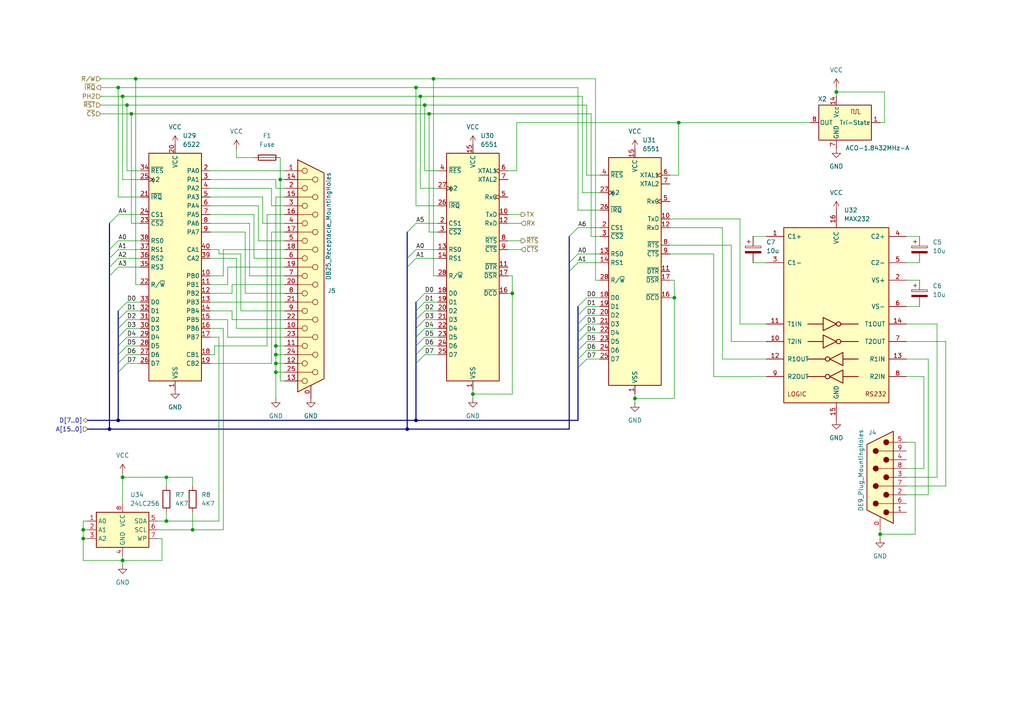
<source format=kicad_sch>
(kicad_sch (version 20231120) (generator "eeschema") (generator_version "8.0")
  (paper "A4")
  (lib_symbols
    (symbol "65xx-library:6522"
      (property "Reference" "U" (at 2.54 38.1 0))
      (property "Value" "6522" (at 2.54 35.56 0))
      (symbol "6522_0_1"
        (rectangle (start -7.62 33.02) (end 7.62 -33.02) (stroke (width 0.254)) (fill (type background)))
      )
      (symbol "6522_1_1"
        (pin power_in line (at 0 -35.56 90) (length 2.54) (name "VSS") (number "1"))
        (pin bidirectional line (at 10.16 -2.54 180) (length 2.54) (name "PB0") (number "10"))
        (pin bidirectional line (at 10.16 -5.08 180) (length 2.54) (name "PB1") (number "11"))
        (pin bidirectional line (at 10.16 -7.62 180) (length 2.54) (name "PB2") (number "12"))
        (pin bidirectional line (at 10.16 -10.16 180) (length 2.54) (name "PB3") (number "13"))
        (pin bidirectional line (at 10.16 -12.7 180) (length 2.54) (name "PB4") (number "14"))
        (pin bidirectional line (at 10.16 -15.24 180) (length 2.54) (name "PB5") (number "15"))
        (pin bidirectional line (at 10.16 -17.78 180) (length 2.54) (name "PB6") (number "16"))
        (pin bidirectional line (at 10.16 -20.32 180) (length 2.54) (name "PB7") (number "17"))
        (pin input line (at 10.16 -25.4 180) (length 2.54) (name "CB1") (number "18"))
        (pin bidirectional line (at 10.16 -27.94 180) (length 2.54) (name "CB2") (number "19"))
        (pin bidirectional line (at 10.16 27.94 180) (length 2.54) (name "PA0") (number "2"))
        (pin power_in line (at 0 35.56 270) (length 2.54) (name "VCC") (number "20"))
        (pin open_collector line (at -10.16 20.32 0) (length 2.54) (name "~{IRQ}") (number "21"))
        (pin input line (at -10.16 -5.08 0) (length 2.54) (name "R/~{W}") (number "22"))
        (pin input line (at -10.16 12.7 0) (length 2.54) (name "~{CS2}") (number "23"))
        (pin input line (at -10.16 15.24 0) (length 2.54) (name "CS1") (number "24"))
        (pin input clock (at -10.16 25.4 0) (length 2.54) (name "ϕ2") (number "25"))
        (pin bidirectional line (at -10.16 -27.94 0) (length 2.54) (name "D7") (number "26"))
        (pin bidirectional line (at -10.16 -25.4 0) (length 2.54) (name "D6") (number "27"))
        (pin bidirectional line (at -10.16 -22.86 0) (length 2.54) (name "D5") (number "28"))
        (pin bidirectional line (at -10.16 -20.32 0) (length 2.54) (name "D4") (number "29"))
        (pin bidirectional line (at 10.16 25.4 180) (length 2.54) (name "PA1") (number "3"))
        (pin bidirectional line (at -10.16 -17.78 0) (length 2.54) (name "D3") (number "30"))
        (pin bidirectional line (at -10.16 -15.24 0) (length 2.54) (name "D2") (number "31"))
        (pin bidirectional line (at -10.16 -12.7 0) (length 2.54) (name "D1") (number "32"))
        (pin bidirectional line (at -10.16 -10.16 0) (length 2.54) (name "D0") (number "33"))
        (pin input line (at -10.16 27.94 0) (length 2.54) (name "~{RES}") (number "34"))
        (pin input line (at -10.16 0 0) (length 2.54) (name "RS3") (number "35"))
        (pin input line (at -10.16 2.54 0) (length 2.54) (name "RS2") (number "36"))
        (pin input line (at -10.16 5.08 0) (length 2.54) (name "RS1") (number "37"))
        (pin input line (at -10.16 7.62 0) (length 2.54) (name "RS0") (number "38"))
        (pin bidirectional line (at 10.16 2.54 180) (length 2.54) (name "CA2") (number "39"))
        (pin bidirectional line (at 10.16 22.86 180) (length 2.54) (name "PA2") (number "4"))
        (pin input line (at 10.16 5.08 180) (length 2.54) (name "CA1") (number "40"))
        (pin bidirectional line (at 10.16 20.32 180) (length 2.54) (name "PA3") (number "5"))
        (pin bidirectional line (at 10.16 17.78 180) (length 2.54) (name "PA4") (number "6"))
        (pin bidirectional line (at 10.16 15.24 180) (length 2.54) (name "PA5") (number "7"))
        (pin bidirectional line (at 10.16 12.7 180) (length 2.54) (name "PA6") (number "8"))
        (pin bidirectional line (at 10.16 10.16 180) (length 2.54) (name "PA7") (number "9"))
      )
    )
    (symbol "65xx-library:6551"
      (property "Reference" "U" (at 2.54 38.1 0))
      (property "Value" "6551" (at 2.54 35.56 0))
      (symbol "6551_0_1"
        (rectangle (start -7.62 33.02) (end 7.62 -33.02) (stroke (width 0.254)) (fill (type background)))
      )
      (symbol "6551_1_1"
        (pin power_in line (at 0 -35.56 90) (length 2.54) (name "VSS") (number "1"))
        (pin output line (at 10.16 15.24 180) (length 2.54) (name "TxD") (number "10"))
        (pin output line (at 10.16 0 180) (length 2.54) (name "~{DTR}") (number "11"))
        (pin input line (at 10.16 12.7 180) (length 2.54) (name "RxD") (number "12"))
        (pin input line (at -10.16 5.08 0) (length 2.54) (name "RS0") (number "13"))
        (pin input line (at -10.16 2.54 0) (length 2.54) (name "RS1") (number "14"))
        (pin power_in line (at 0 35.56 270) (length 2.54) (name "VCC") (number "15"))
        (pin input line (at 10.16 -7.62 180) (length 2.54) (name "~{DCD}") (number "16"))
        (pin input line (at 10.16 -2.54 180) (length 2.54) (name "~{DSR}") (number "17"))
        (pin bidirectional line (at -10.16 -7.62 0) (length 2.54) (name "D0") (number "18"))
        (pin bidirectional line (at -10.16 -10.16 0) (length 2.54) (name "D1") (number "19"))
        (pin input line (at -10.16 12.7 0) (length 2.54) (name "CS1") (number "2"))
        (pin bidirectional line (at -10.16 -12.7 0) (length 2.54) (name "D2") (number "20"))
        (pin bidirectional line (at -10.16 -15.24 0) (length 2.54) (name "D3") (number "21"))
        (pin bidirectional line (at -10.16 -17.78 0) (length 2.54) (name "D4") (number "22"))
        (pin bidirectional line (at -10.16 -20.32 0) (length 2.54) (name "D5") (number "23"))
        (pin bidirectional line (at -10.16 -22.86 0) (length 2.54) (name "D6") (number "24"))
        (pin bidirectional line (at -10.16 -25.4 0) (length 2.54) (name "D7") (number "25"))
        (pin open_collector line (at -10.16 17.78 0) (length 2.54) (name "~{IRQ}") (number "26"))
        (pin input clock (at -10.16 22.86 0) (length 2.54) (name "ϕ2") (number "27"))
        (pin input line (at -10.16 -2.54 0) (length 2.54) (name "R/~{W}") (number "28"))
        (pin input line (at -10.16 10.16 0) (length 2.54) (name "~{CS2}") (number "3"))
        (pin input line (at -10.16 27.94 0) (length 2.54) (name "~{RES}") (number "4"))
        (pin bidirectional clock (at 10.16 20.32 180) (length 2.54) (name "RxC") (number "5"))
        (pin input clock (at 10.16 27.94 180) (length 2.54) (name "XTAL1") (number "6"))
        (pin output line (at 10.16 25.4 180) (length 2.54) (name "XTAL2") (number "7"))
        (pin output line (at 10.16 7.62 180) (length 2.54) (name "~{RTS}") (number "8"))
        (pin input line (at 10.16 5.08 180) (length 2.54) (name "~{CTS}") (number "9"))
      )
    )
    (symbol "Connector:DB25_Receptacle_MountingHoles" (pin_names (offset 1.016) hide)
      (property "Reference" "J" (at 0 36.83 0))
      (property "Value" "DB25_Receptacle_MountingHoles" (at 0 34.925 0))
      (symbol "DB25_Receptacle_MountingHoles_0_1"
        (circle (center -1.778 -30.48) (radius 0.762))
        (circle (center -1.778 -25.4) (radius 0.762))
        (circle (center -1.778 -20.32) (radius 0.762))
        (circle (center -1.778 -15.24) (radius 0.762))
        (circle (center -1.778 -10.16) (radius 0.762))
        (circle (center -1.778 -5.08) (radius 0.762))
        (circle (center -1.778 0) (radius 0.762))
        (circle (center -1.778 5.08) (radius 0.762))
        (circle (center -1.778 10.16) (radius 0.762))
        (circle (center -1.778 15.24) (radius 0.762))
        (circle (center -1.778 20.32) (radius 0.762))
        (circle (center -1.778 25.4) (radius 0.762))
        (circle (center -1.778 30.48) (radius 0.762))
        (polyline (pts (xy -3.81 -30.48) (xy -2.54 -30.48)))
        (polyline (pts (xy -3.81 -27.94) (xy 0.508 -27.94)))
        (polyline (pts (xy -3.81 -25.4) (xy -2.54 -25.4)))
        (polyline (pts (xy -3.81 -22.86) (xy 0.508 -22.86)))
        (polyline (pts (xy -3.81 -20.32) (xy -2.54 -20.32)))
        (polyline (pts (xy -3.81 -17.78) (xy 0.508 -17.78)))
        (polyline (pts (xy -3.81 -15.24) (xy -2.54 -15.24)))
        (polyline (pts (xy -3.81 -12.7) (xy 0.508 -12.7)))
        (polyline (pts (xy -3.81 -10.16) (xy -2.54 -10.16)))
        (polyline (pts (xy -3.81 -7.62) (xy 0.508 -7.62)))
        (polyline (pts (xy -3.81 -5.08) (xy -2.54 -5.08)))
        (polyline (pts (xy -3.81 -2.54) (xy 0.508 -2.54)))
        (polyline (pts (xy -3.81 0) (xy -2.54 0)))
        (polyline (pts (xy -3.81 2.54) (xy 0.508 2.54)))
        (polyline (pts (xy -3.81 5.08) (xy -2.54 5.08)))
        (polyline (pts (xy -3.81 7.62) (xy 0.508 7.62)))
        (polyline (pts (xy -3.81 10.16) (xy -2.54 10.16)))
        (polyline (pts (xy -3.81 12.7) (xy 0.508 12.7)))
        (polyline (pts (xy -3.81 15.24) (xy -2.54 15.24)))
        (polyline (pts (xy -3.81 17.78) (xy 0.508 17.78)))
        (polyline (pts (xy -3.81 20.32) (xy -2.54 20.32)))
        (polyline (pts (xy -3.81 22.86) (xy 0.508 22.86)))
        (polyline (pts (xy -3.81 25.4) (xy -2.54 25.4)))
        (polyline (pts (xy -3.81 27.94) (xy 0.508 27.94)))
        (polyline (pts (xy -3.81 30.48) (xy -2.54 30.48)))
        (polyline (pts (xy -3.81 33.655) (xy 3.81 29.845) (xy 3.81 -29.845) (xy -3.81 -33.655) (xy -3.81 33.655)) (stroke (width 0.254)) (fill (type background)))
        (circle (center 1.27 -27.94) (radius 0.762))
        (circle (center 1.27 -22.86) (radius 0.762))
        (circle (center 1.27 -17.78) (radius 0.762))
        (circle (center 1.27 -12.7) (radius 0.762))
        (circle (center 1.27 -7.62) (radius 0.762))
        (circle (center 1.27 -2.54) (radius 0.762))
        (circle (center 1.27 2.54) (radius 0.762))
        (circle (center 1.27 7.62) (radius 0.762))
        (circle (center 1.27 12.7) (radius 0.762))
        (circle (center 1.27 17.78) (radius 0.762))
        (circle (center 1.27 22.86) (radius 0.762))
        (circle (center 1.27 27.94) (radius 0.762))
      )
      (symbol "DB25_Receptacle_MountingHoles_1_1"
        (pin passive line (at 0 -35.56 90) (length 3.81) (name "PAD") (number "0"))
        (pin passive line (at -7.62 30.48 0) (length 3.81) (name "1") (number "1"))
        (pin passive line (at -7.62 -15.24 0) (length 3.81) (name "10") (number "10"))
        (pin passive line (at -7.62 -20.32 0) (length 3.81) (name "11") (number "11"))
        (pin passive line (at -7.62 -25.4 0) (length 3.81) (name "12") (number "12"))
        (pin passive line (at -7.62 -30.48 0) (length 3.81) (name "13") (number "13"))
        (pin passive line (at -7.62 27.94 0) (length 3.81) (name "P14") (number "14"))
        (pin passive line (at -7.62 22.86 0) (length 3.81) (name "P15") (number "15"))
        (pin passive line (at -7.62 17.78 0) (length 3.81) (name "P16") (number "16"))
        (pin passive line (at -7.62 12.7 0) (length 3.81) (name "P17") (number "17"))
        (pin passive line (at -7.62 7.62 0) (length 3.81) (name "P18") (number "18"))
        (pin passive line (at -7.62 2.54 0) (length 3.81) (name "P19") (number "19"))
        (pin passive line (at -7.62 25.4 0) (length 3.81) (name "2") (number "2"))
        (pin passive line (at -7.62 -2.54 0) (length 3.81) (name "P20") (number "20"))
        (pin passive line (at -7.62 -7.62 0) (length 3.81) (name "P21") (number "21"))
        (pin passive line (at -7.62 -12.7 0) (length 3.81) (name "P22") (number "22"))
        (pin passive line (at -7.62 -17.78 0) (length 3.81) (name "P23") (number "23"))
        (pin passive line (at -7.62 -22.86 0) (length 3.81) (name "P24") (number "24"))
        (pin passive line (at -7.62 -27.94 0) (length 3.81) (name "P25") (number "25"))
        (pin passive line (at -7.62 20.32 0) (length 3.81) (name "3") (number "3"))
        (pin passive line (at -7.62 15.24 0) (length 3.81) (name "4") (number "4"))
        (pin passive line (at -7.62 10.16 0) (length 3.81) (name "5") (number "5"))
        (pin passive line (at -7.62 5.08 0) (length 3.81) (name "6") (number "6"))
        (pin passive line (at -7.62 0 0) (length 3.81) (name "7") (number "7"))
        (pin passive line (at -7.62 -5.08 0) (length 3.81) (name "8") (number "8"))
        (pin passive line (at -7.62 -10.16 0) (length 3.81) (name "9") (number "9"))
      )
    )
    (symbol "Connector:DE9_Plug_MountingHoles" (pin_names (offset 1.016) hide)
      (property "Reference" "J" (at 0 16.51 0))
      (property "Value" "DE9_Plug_MountingHoles" (at 0 14.605 0))
      (symbol "DE9_Plug_MountingHoles_0_1"
        (circle (center -1.778 -10.16) (radius 0.762) (fill (type outline)))
        (circle (center -1.778 -5.08) (radius 0.762) (fill (type outline)))
        (circle (center -1.778 0) (radius 0.762) (fill (type outline)))
        (circle (center -1.778 5.08) (radius 0.762) (fill (type outline)))
        (circle (center -1.778 10.16) (radius 0.762) (fill (type outline)))
        (polyline (pts (xy -3.81 -10.16) (xy -2.54 -10.16)))
        (polyline (pts (xy -3.81 -7.62) (xy 0.508 -7.62)))
        (polyline (pts (xy -3.81 -5.08) (xy -2.54 -5.08)))
        (polyline (pts (xy -3.81 -2.54) (xy 0.508 -2.54)))
        (polyline (pts (xy -3.81 0) (xy -2.54 0)))
        (polyline (pts (xy -3.81 2.54) (xy 0.508 2.54)))
        (polyline (pts (xy -3.81 5.08) (xy -2.54 5.08)))
        (polyline (pts (xy -3.81 7.62) (xy 0.508 7.62)))
        (polyline (pts (xy -3.81 10.16) (xy -2.54 10.16)))
        (polyline (pts (xy -3.81 -13.335) (xy -3.81 13.335) (xy 3.81 9.525) (xy 3.81 -9.525) (xy -3.81 -13.335)) (stroke (width 0.254)) (fill (type background)))
        (circle (center 1.27 -7.62) (radius 0.762) (fill (type outline)))
        (circle (center 1.27 -2.54) (radius 0.762) (fill (type outline)))
        (circle (center 1.27 2.54) (radius 0.762) (fill (type outline)))
        (circle (center 1.27 7.62) (radius 0.762) (fill (type outline)))
      )
      (symbol "DE9_Plug_MountingHoles_1_1"
        (pin passive line (at 0 -15.24 90) (length 3.81) (name "PAD") (number "0"))
        (pin passive line (at -7.62 -10.16 0) (length 3.81) (name "1") (number "1"))
        (pin passive line (at -7.62 -5.08 0) (length 3.81) (name "2") (number "2"))
        (pin passive line (at -7.62 0 0) (length 3.81) (name "3") (number "3"))
        (pin passive line (at -7.62 5.08 0) (length 3.81) (name "4") (number "4"))
        (pin passive line (at -7.62 10.16 0) (length 3.81) (name "5") (number "5"))
        (pin passive line (at -7.62 -7.62 0) (length 3.81) (name "6") (number "6"))
        (pin passive line (at -7.62 -2.54 0) (length 3.81) (name "7") (number "7"))
        (pin passive line (at -7.62 2.54 0) (length 3.81) (name "8") (number "8"))
        (pin passive line (at -7.62 7.62 0) (length 3.81) (name "9") (number "9"))
      )
    )
    (symbol "Device:C_Polarized" (pin_numbers hide) (pin_names (offset 0.254))
      (property "Reference" "C" (at 0.635 2.54 0))
      (property "Value" "C_Polarized" (at 0.635 -2.54 0))
      (symbol "C_Polarized_0_1"
        (rectangle (start -2.286 0.508) (end 2.286 1.016))
        (polyline (pts (xy -1.778 2.286) (xy -0.762 2.286)))
        (polyline (pts (xy -1.27 2.794) (xy -1.27 1.778)))
        (rectangle (start 2.286 -0.508) (end -2.286 -1.016) (fill (type outline)))
      )
      (symbol "C_Polarized_1_1"
        (pin passive line (at 0 3.81 270) (length 2.794) (name "~") (number "1"))
        (pin passive line (at 0 -3.81 90) (length 2.794) (name "~") (number "2"))
      )
    )
    (symbol "Device:Fuse" (pin_numbers hide) (pin_names (offset 0))
      (property "Reference" "F" (at 2.032 0 90))
      (property "Value" "Fuse" (at -1.905 0 90))
      (symbol "Fuse_0_1"
        (rectangle (start -0.762 -2.54) (end 0.762 2.54) (stroke (width 0.254)))
        (polyline (pts (xy 0 2.54) (xy 0 -2.54)))
      )
      (symbol "Fuse_1_1"
        (pin passive line (at 0 3.81 270) (length 1.27) (name "~") (number "1"))
        (pin passive line (at 0 -3.81 90) (length 1.27) (name "~") (number "2"))
      )
    )
    (symbol "Device:R" (pin_numbers hide) (pin_names (offset 0))
      (property "Reference" "R" (at 2.032 0 90))
      (property "Value" "R" (at 0 0 90))
      (symbol "R_0_1"
        (rectangle (start -1.016 -2.54) (end 1.016 2.54) (stroke (width 0.254)))
      )
      (symbol "R_1_1"
        (pin passive line (at 0 3.81 270) (length 1.27) (name "~") (number "1"))
        (pin passive line (at 0 -3.81 90) (length 1.27) (name "~") (number "2"))
      )
    )
    (symbol "Interface_UART:MAX232" (pin_names (offset 1.016))
      (property "Reference" "U" (at -2.54 28.575 0))
      (property "Value" "MAX232" (at -2.54 26.67 0))
      (symbol "MAX232_0_0"
        (text "LOGIC" (at -11.43 -22.86 0) (effects (font (size 1.27 1.27))))
        (text "RS232" (at 11.43 -22.86 0) (effects (font (size 1.27 1.27))))
      )
      (symbol "MAX232_0_1"
        (rectangle (start -15.24 -25.4) (end 15.24 25.4) (stroke (width 0.254)) (fill (type background)))
        (circle (center -2.54 -17.78) (radius 0.635) (stroke (width 0.254)))
        (circle (center -2.54 -12.7) (radius 0.635) (stroke (width 0.254)))
        (polyline (pts (xy -3.81 -7.62) (xy -8.255 -7.62)) (stroke (width 0.254)))
        (polyline (pts (xy -3.81 -2.54) (xy -8.255 -2.54)) (stroke (width 0.254)))
        (polyline (pts (xy -3.175 -17.78) (xy -8.255 -17.78)) (stroke (width 0.254)))
        (polyline (pts (xy -3.175 -12.7) (xy -8.255 -12.7)) (stroke (width 0.254)))
        (polyline (pts (xy 1.27 -7.62) (xy 6.35 -7.62)) (stroke (width 0.254)))
        (polyline (pts (xy 1.27 -2.54) (xy 6.35 -2.54)) (stroke (width 0.254)))
        (polyline (pts (xy 1.905 -17.78) (xy 6.35 -17.78)) (stroke (width 0.254)))
        (polyline (pts (xy 1.905 -12.7) (xy 6.35 -12.7)) (stroke (width 0.254)))
        (polyline (pts (xy -3.81 -5.715) (xy -3.81 -9.525) (xy 0 -7.62) (xy -3.81 -5.715)) (stroke (width 0.254)))
        (polyline (pts (xy -3.81 -0.635) (xy -3.81 -4.445) (xy 0 -2.54) (xy -3.81 -0.635)) (stroke (width 0.254)))
        (polyline (pts (xy 1.905 -15.875) (xy 1.905 -19.685) (xy -1.905 -17.78) (xy 1.905 -15.875)) (stroke (width 0.254)))
        (polyline (pts (xy 1.905 -10.795) (xy 1.905 -14.605) (xy -1.905 -12.7) (xy 1.905 -10.795)) (stroke (width 0.254)))
        (circle (center 0.635 -7.62) (radius 0.635) (stroke (width 0.254)))
        (circle (center 0.635 -2.54) (radius 0.635) (stroke (width 0.254)))
      )
      (symbol "MAX232_1_1"
        (pin passive line (at -20.32 22.86 0) (length 5.08) (name "C1+") (number "1"))
        (pin input line (at -20.32 -7.62 0) (length 5.08) (name "T2IN") (number "10"))
        (pin input line (at -20.32 -2.54 0) (length 5.08) (name "T1IN") (number "11"))
        (pin output line (at -20.32 -12.7 0) (length 5.08) (name "R1OUT") (number "12"))
        (pin input line (at 20.32 -12.7 180) (length 5.08) (name "R1IN") (number "13"))
        (pin output line (at 20.32 -2.54 180) (length 5.08) (name "T1OUT") (number "14"))
        (pin power_in line (at 0 -30.48 90) (length 5.08) (name "GND") (number "15"))
        (pin power_in line (at 0 30.48 270) (length 5.08) (name "VCC") (number "16"))
        (pin power_out line (at 20.32 10.16 180) (length 5.08) (name "VS+") (number "2"))
        (pin passive line (at -20.32 15.24 0) (length 5.08) (name "C1-") (number "3"))
        (pin passive line (at 20.32 22.86 180) (length 5.08) (name "C2+") (number "4"))
        (pin passive line (at 20.32 15.24 180) (length 5.08) (name "C2-") (number "5"))
        (pin power_out line (at 20.32 2.54 180) (length 5.08) (name "VS-") (number "6"))
        (pin output line (at 20.32 -7.62 180) (length 5.08) (name "T2OUT") (number "7"))
        (pin input line (at 20.32 -17.78 180) (length 5.08) (name "R2IN") (number "8"))
        (pin output line (at -20.32 -17.78 0) (length 5.08) (name "R2OUT") (number "9"))
      )
    )
    (symbol "Memory_EEPROM:24LC256"
      (property "Reference" "U" (at -6.35 6.35 0))
      (property "Value" "24LC256" (at 1.27 6.35 0))
      (symbol "24LC256_1_1"
        (rectangle (start -7.62 5.08) (end 7.62 -5.08) (stroke (width 0.254)) (fill (type background)))
        (pin input line (at -10.16 2.54 0) (length 2.54) (name "A0") (number "1"))
        (pin input line (at -10.16 0 0) (length 2.54) (name "A1") (number "2"))
        (pin input line (at -10.16 -2.54 0) (length 2.54) (name "A2") (number "3"))
        (pin power_in line (at 0 -7.62 90) (length 2.54) (name "GND") (number "4"))
        (pin bidirectional line (at 10.16 2.54 180) (length 2.54) (name "SDA") (number "5"))
        (pin input line (at 10.16 0 180) (length 2.54) (name "SCL") (number "6"))
        (pin input line (at 10.16 -2.54 180) (length 2.54) (name "WP") (number "7"))
        (pin power_in line (at 0 7.62 270) (length 2.54) (name "VCC") (number "8"))
      )
    )
    (symbol "Oscillator:ACO-xxxMHz-A" (pin_names (offset 0.254))
      (property "Reference" "X" (at -5.08 6.35 0))
      (property "Value" "ACO-xxxMHz-A" (at 1.27 -6.35 0))
      (symbol "ACO-xxxMHz-A_0_1"
        (rectangle (start -10.16 5.08) (end 5.08 -5.08) (stroke (width 0.254)) (fill (type background)))
        (polyline (pts (xy -6.985 2.54) (xy -6.35 2.54) (xy -6.35 3.81) (xy -5.715 3.81) (xy -5.715 2.54) (xy -5.08 2.54) (xy -5.08 3.81) (xy -4.445 3.81) (xy -4.445 2.54)))
      )
      (symbol "ACO-xxxMHz-A_1_1"
        (pin input line (at -12.7 0 0) (length 2.54) (name "Tri-State") (number "1"))
        (pin power_in line (at 0 7.62 270) (length 2.54) (name "Vcc") (number "14"))
        (pin power_in line (at 0 -7.62 90) (length 2.54) (name "GND") (number "7"))
        (pin output line (at 7.62 0 180) (length 2.54) (name "OUT") (number "8"))
      )
    )
    (symbol "power:GND" (power) (pin_numbers hide) (pin_names (offset 0) hide)
      (property "Value" "GND" (at 0 -3.81 0))
      (symbol "GND_0_1"
        (polyline (pts (xy 0 0) (xy 0 -1.27) (xy 1.27 -1.27) (xy 0 -2.54) (xy -1.27 -1.27) (xy 0 -1.27)))
      )
      (symbol "GND_1_1"
        (pin power_in line (at 0 0 270) (length 0) (name "~") (number "1"))
      )
    )
    (symbol "power:VCC" (power) (pin_numbers hide) (pin_names (offset 0) hide)
      (property "Value" "VCC" (at 0 3.556 0))
      (symbol "VCC_0_1"
        (polyline (pts (xy -0.762 1.27) (xy 0 2.54)))
        (polyline (pts (xy 0 0) (xy 0 2.54)))
        (polyline (pts (xy 0 2.54) (xy 0.762 1.27)))
      )
      (symbol "VCC_1_1"
        (pin power_in line (at 0 0 90) (length 0) (name "~") (number "1"))
      )
    )
  )
  (junction (at 48.26 138.43))
  (junction (at 242.57 26.67))
  (junction (at 123.19 30.48))
  (junction (at 39.37 22.86))
  (junction (at 148.59 85.09))
  (junction (at 24.13 153.67))
  (junction (at 255.27 154.94))
  (junction (at 24.13 156.21))
  (junction (at 124.46 33.02))
  (junction (at 80.01 107.95))
  (junction (at 80.01 102.87))
  (junction (at 184.15 115.57))
  (junction (at 196.85 35.56))
  (junction (at 195.58 86.36))
  (junction (at 35.56 162.56))
  (junction (at 137.16 114.3))
  (junction (at 31.75 124.46))
  (junction (at 120.65 121.92))
  (junction (at 80.01 100.33))
  (junction (at 38.1 33.02))
  (junction (at 34.29 121.92))
  (junction (at 35.56 138.43))
  (junction (at 120.65 25.4))
  (junction (at 121.92 27.94))
  (junction (at 55.88 153.67))
  (junction (at 80.01 105.41))
  (junction (at 125.73 22.86))
  (junction (at 36.83 30.48))
  (junction (at 81.28 52.07))
  (junction (at 48.26 151.13))
  (junction (at 34.29 25.4))
  (junction (at 35.56 27.94))
  (junction (at 118.11 124.46))
  (bus_entry (at 34.29 90.17) (size 2.54 -2.54))
  (bus_entry (at 167.64 93.98) (size 2.54 -2.54))
  (bus_entry (at 120.65 87.63) (size 2.54 -2.54))
  (bus_entry (at 34.29 100.33) (size 2.54 -2.54))
  (bus_entry (at 31.75 80.01) (size 2.54 -2.54))
  (bus_entry (at 120.65 105.41) (size 2.54 -2.54))
  (bus_entry (at 167.64 101.6) (size 2.54 -2.54))
  (bus_entry (at 34.29 95.25) (size 2.54 -2.54))
  (bus_entry (at 167.64 88.9) (size 2.54 -2.54))
  (bus_entry (at 165.1 76.2) (size 2.54 -2.54))
  (bus_entry (at 34.29 105.41) (size 2.54 -2.54))
  (bus_entry (at 120.65 92.71) (size 2.54 -2.54))
  (bus_entry (at 120.65 102.87) (size 2.54 -2.54))
  (bus_entry (at 165.1 78.74) (size 2.54 -2.54))
  (bus_entry (at 165.1 68.58) (size 2.54 -2.54))
  (bus_entry (at 120.65 97.79) (size 2.54 -2.54))
  (bus_entry (at 167.64 91.44) (size 2.54 -2.54))
  (bus_entry (at 31.75 77.47) (size 2.54 -2.54))
  (bus_entry (at 167.64 104.14) (size 2.54 -2.54))
  (bus_entry (at 118.11 67.31) (size 2.54 -2.54))
  (bus_entry (at 34.29 97.79) (size 2.54 -2.54))
  (bus_entry (at 120.65 100.33) (size 2.54 -2.54))
  (bus_entry (at 31.75 74.93) (size 2.54 -2.54))
  (bus_entry (at 34.29 107.95) (size 2.54 -2.54))
  (bus_entry (at 120.65 90.17) (size 2.54 -2.54))
  (bus_entry (at 167.64 99.06) (size 2.54 -2.54))
  (bus_entry (at 31.75 72.39) (size 2.54 -2.54))
  (bus_entry (at 167.64 96.52) (size 2.54 -2.54))
  (bus_entry (at 120.65 95.25) (size 2.54 -2.54))
  (bus_entry (at 34.29 102.87) (size 2.54 -2.54))
  (bus_entry (at 31.75 64.77) (size 2.54 -2.54))
  (bus_entry (at 167.64 106.68) (size 2.54 -2.54))
  (bus_entry (at 34.29 92.71) (size 2.54 -2.54))
  (bus_entry (at 118.11 74.93) (size 2.54 -2.54))
  (bus_entry (at 118.11 77.47) (size 2.54 -2.54))
  (bus (pts (xy 118.11 124.46) (xy 165.1 124.46)))
  (wire (pts (xy 60.96 105.41) (xy 78.74 105.41)))
  (wire (pts (xy 269.24 104.14) (xy 262.89 104.14)))
  (wire (pts (xy 29.21 27.94) (xy 35.56 27.94)))
  (wire (pts (xy 40.64 64.77) (xy 38.1 64.77)))
  (bus (pts (xy 34.29 102.87) (xy 34.29 105.41)))
  (wire (pts (xy 55.88 138.43) (xy 55.88 140.97)))
  (bus (pts (xy 31.75 74.93) (xy 31.75 77.47)))
  (wire (pts (xy 207.01 109.22) (xy 222.25 109.22)))
  (wire (pts (xy 168.91 55.88) (xy 173.99 55.88)))
  (wire (pts (xy 171.45 68.58) (xy 173.99 68.58)))
  (wire (pts (xy 137.16 114.3) (xy 148.59 114.3)))
  (wire (pts (xy 170.18 104.14) (xy 173.99 104.14)))
  (wire (pts (xy 60.96 49.53) (xy 82.55 49.53)))
  (wire (pts (xy 35.56 52.07) (xy 35.56 27.94)))
  (wire (pts (xy 73.66 74.93) (xy 82.55 74.93)))
  (wire (pts (xy 64.77 95.25) (xy 64.77 153.67)))
  (wire (pts (xy 196.85 35.56) (xy 234.95 35.56)))
  (wire (pts (xy 80.01 102.87) (xy 82.55 102.87)))
  (wire (pts (xy 40.64 52.07) (xy 35.56 52.07)))
  (wire (pts (xy 170.18 93.98) (xy 173.99 93.98)))
  (wire (pts (xy 76.2 57.15) (xy 76.2 64.77)))
  (wire (pts (xy 147.32 62.23) (xy 151.13 62.23)))
  (wire (pts (xy 66.04 92.71) (xy 66.04 97.79)))
  (wire (pts (xy 167.64 25.4) (xy 167.64 60.96)))
  (wire (pts (xy 34.29 72.39) (xy 40.64 72.39)))
  (wire (pts (xy 35.56 162.56) (xy 24.13 162.56)))
  (wire (pts (xy 63.5 73.66) (xy 69.85 73.66)))
  (bus (pts (xy 34.29 121.92) (xy 120.65 121.92)))
  (wire (pts (xy 123.19 100.33) (xy 127 100.33)))
  (bus (pts (xy 167.64 91.44) (xy 167.64 93.98)))
  (wire (pts (xy 73.66 45.72) (xy 68.58 45.72)))
  (wire (pts (xy 168.91 27.94) (xy 168.91 55.88)))
  (wire (pts (xy 265.43 128.27) (xy 262.89 128.27)))
  (wire (pts (xy 55.88 153.67) (xy 64.77 153.67)))
  (wire (pts (xy 60.96 85.09) (xy 67.31 85.09)))
  (wire (pts (xy 274.32 140.97) (xy 274.32 99.06)))
  (bus (pts (xy 31.75 77.47) (xy 31.75 80.01)))
  (bus (pts (xy 31.75 64.77) (xy 31.75 72.39)))
  (bus (pts (xy 120.65 92.71) (xy 120.65 95.25)))
  (wire (pts (xy 167.64 73.66) (xy 173.99 73.66)))
  (wire (pts (xy 77.47 100.33) (xy 62.23 100.33)))
  (wire (pts (xy 147.32 72.39) (xy 151.13 72.39)))
  (bus (pts (xy 120.65 90.17) (xy 120.65 92.71)))
  (wire (pts (xy 38.1 64.77) (xy 38.1 33.02)))
  (wire (pts (xy 262.89 76.2) (xy 266.7 76.2)))
  (wire (pts (xy 123.19 92.71) (xy 127 92.71)))
  (wire (pts (xy 35.56 138.43) (xy 35.56 146.05)))
  (bus (pts (xy 167.64 101.6) (xy 167.64 104.14)))
  (wire (pts (xy 69.85 90.17) (xy 82.55 90.17)))
  (wire (pts (xy 29.21 22.86) (xy 39.37 22.86)))
  (bus (pts (xy 165.1 68.58) (xy 165.1 76.2)))
  (wire (pts (xy 274.32 99.06) (xy 262.89 99.06)))
  (wire (pts (xy 24.13 156.21) (xy 24.13 153.67)))
  (bus (pts (xy 120.65 102.87) (xy 120.65 105.41)))
  (wire (pts (xy 80.01 57.15) (xy 82.55 57.15)))
  (wire (pts (xy 35.56 162.56) (xy 35.56 163.83)))
  (wire (pts (xy 82.55 52.07) (xy 81.28 52.07)))
  (wire (pts (xy 147.32 85.09) (xy 148.59 85.09)))
  (wire (pts (xy 271.78 138.43) (xy 271.78 93.98)))
  (wire (pts (xy 170.18 91.44) (xy 173.99 91.44)))
  (wire (pts (xy 69.85 73.66) (xy 69.85 90.17)))
  (wire (pts (xy 78.74 67.31) (xy 82.55 67.31)))
  (wire (pts (xy 60.96 95.25) (xy 64.77 95.25)))
  (wire (pts (xy 62.23 102.87) (xy 60.96 102.87)))
  (wire (pts (xy 74.93 69.85) (xy 82.55 69.85)))
  (wire (pts (xy 60.96 97.79) (xy 63.5 97.79)))
  (wire (pts (xy 71.12 67.31) (xy 71.12 85.09)))
  (bus (pts (xy 120.65 100.33) (xy 120.65 102.87)))
  (wire (pts (xy 218.44 76.2) (xy 222.25 76.2)))
  (wire (pts (xy 147.32 69.85) (xy 151.13 69.85)))
  (wire (pts (xy 194.31 63.5) (xy 214.63 63.5)))
  (wire (pts (xy 66.04 97.79) (xy 82.55 97.79)))
  (wire (pts (xy 255.27 154.94) (xy 265.43 154.94)))
  (wire (pts (xy 194.31 73.66) (xy 207.01 73.66)))
  (bus (pts (xy 167.64 99.06) (xy 167.64 101.6)))
  (wire (pts (xy 60.96 57.15) (xy 76.2 57.15)))
  (wire (pts (xy 194.31 71.12) (xy 212.09 71.12)))
  (bus (pts (xy 34.29 90.17) (xy 34.29 92.71)))
  (wire (pts (xy 80.01 107.95) (xy 80.01 105.41)))
  (wire (pts (xy 46.99 162.56) (xy 46.99 156.21)))
  (bus (pts (xy 120.65 105.41) (xy 120.65 121.92)))
  (wire (pts (xy 271.78 93.98) (xy 262.89 93.98)))
  (wire (pts (xy 212.09 99.06) (xy 222.25 99.06)))
  (wire (pts (xy 60.96 80.01) (xy 64.77 80.01)))
  (wire (pts (xy 81.28 52.07) (xy 81.28 110.49)))
  (wire (pts (xy 167.64 66.04) (xy 173.99 66.04)))
  (wire (pts (xy 148.59 85.09) (xy 148.59 80.01)))
  (wire (pts (xy 120.65 74.93) (xy 127 74.93)))
  (wire (pts (xy 123.19 90.17) (xy 127 90.17)))
  (wire (pts (xy 60.96 67.31) (xy 71.12 67.31)))
  (wire (pts (xy 170.18 88.9) (xy 173.99 88.9)))
  (wire (pts (xy 262.89 88.9) (xy 266.7 88.9)))
  (wire (pts (xy 36.83 49.53) (xy 36.83 30.48)))
  (wire (pts (xy 63.5 97.79) (xy 63.5 151.13)))
  (wire (pts (xy 40.64 57.15) (xy 34.29 57.15)))
  (wire (pts (xy 34.29 69.85) (xy 40.64 69.85)))
  (wire (pts (xy 82.55 62.23) (xy 77.47 62.23)))
  (wire (pts (xy 36.83 92.71) (xy 40.64 92.71)))
  (wire (pts (xy 196.85 50.8) (xy 196.85 35.56)))
  (wire (pts (xy 194.31 50.8) (xy 196.85 50.8)))
  (wire (pts (xy 120.65 64.77) (xy 127 64.77)))
  (wire (pts (xy 184.15 115.57) (xy 195.58 115.57)))
  (wire (pts (xy 120.65 25.4) (xy 120.65 59.69)))
  (wire (pts (xy 78.74 54.61) (xy 78.74 59.69)))
  (wire (pts (xy 60.96 54.61) (xy 78.74 54.61)))
  (bus (pts (xy 31.75 72.39) (xy 31.75 74.93)))
  (wire (pts (xy 269.24 143.51) (xy 269.24 104.14)))
  (wire (pts (xy 218.44 68.58) (xy 222.25 68.58)))
  (wire (pts (xy 195.58 86.36) (xy 195.58 81.28)))
  (wire (pts (xy 81.28 45.72) (xy 81.28 52.07)))
  (wire (pts (xy 34.29 25.4) (xy 120.65 25.4)))
  (wire (pts (xy 36.83 95.25) (xy 40.64 95.25)))
  (wire (pts (xy 60.96 87.63) (xy 82.55 87.63)))
  (wire (pts (xy 121.92 27.94) (xy 121.92 54.61)))
  (bus (pts (xy 31.75 80.01) (xy 31.75 124.46)))
  (wire (pts (xy 147.32 80.01) (xy 148.59 80.01)))
  (wire (pts (xy 68.58 74.93) (xy 68.58 95.25)))
  (wire (pts (xy 184.15 115.57) (xy 184.15 116.84)))
  (wire (pts (xy 80.01 52.07) (xy 80.01 54.61)))
  (wire (pts (xy 81.28 110.49) (xy 82.55 110.49)))
  (bus (pts (xy 25.4 121.92) (xy 34.29 121.92)))
  (bus (pts (xy 165.1 78.74) (xy 165.1 124.46)))
  (wire (pts (xy 262.89 140.97) (xy 274.32 140.97)))
  (wire (pts (xy 67.31 92.71) (xy 82.55 92.71)))
  (bus (pts (xy 34.29 105.41) (xy 34.29 107.95)))
  (wire (pts (xy 38.1 33.02) (xy 124.46 33.02)))
  (bus (pts (xy 34.29 97.79) (xy 34.29 100.33)))
  (wire (pts (xy 60.96 59.69) (xy 74.93 59.69)))
  (wire (pts (xy 60.96 74.93) (xy 68.58 74.93)))
  (wire (pts (xy 207.01 73.66) (xy 207.01 109.22)))
  (wire (pts (xy 45.72 153.67) (xy 55.88 153.67)))
  (wire (pts (xy 64.77 80.01) (xy 64.77 72.39)))
  (bus (pts (xy 34.29 92.71) (xy 34.29 95.25)))
  (wire (pts (xy 45.72 151.13) (xy 48.26 151.13)))
  (wire (pts (xy 255.27 156.21) (xy 255.27 154.94)))
  (wire (pts (xy 214.63 63.5) (xy 214.63 93.98)))
  (wire (pts (xy 77.47 62.23) (xy 77.47 100.33)))
  (wire (pts (xy 36.83 87.63) (xy 40.64 87.63)))
  (wire (pts (xy 60.96 92.71) (xy 66.04 92.71)))
  (wire (pts (xy 24.13 153.67) (xy 24.13 151.13)))
  (wire (pts (xy 76.2 64.77) (xy 82.55 64.77)))
  (bus (pts (xy 25.4 124.46) (xy 31.75 124.46)))
  (wire (pts (xy 267.97 135.89) (xy 267.97 109.22)))
  (bus (pts (xy 118.11 77.47) (xy 118.11 124.46)))
  (wire (pts (xy 170.18 30.48) (xy 170.18 50.8)))
  (wire (pts (xy 256.54 35.56) (xy 255.27 35.56)))
  (wire (pts (xy 125.73 22.86) (xy 172.72 22.86)))
  (wire (pts (xy 24.13 153.67) (xy 25.4 153.67)))
  (wire (pts (xy 24.13 151.13) (xy 25.4 151.13)))
  (wire (pts (xy 262.89 68.58) (xy 266.7 68.58)))
  (wire (pts (xy 194.31 66.04) (xy 209.55 66.04)))
  (wire (pts (xy 123.19 95.25) (xy 127 95.25)))
  (wire (pts (xy 68.58 45.72) (xy 68.58 43.18)))
  (wire (pts (xy 80.01 102.87) (xy 80.01 100.33)))
  (bus (pts (xy 167.64 93.98) (xy 167.64 96.52)))
  (wire (pts (xy 80.01 100.33) (xy 82.55 100.33)))
  (wire (pts (xy 74.93 59.69) (xy 74.93 69.85)))
  (wire (pts (xy 78.74 59.69) (xy 82.55 59.69)))
  (bus (pts (xy 167.64 88.9) (xy 167.64 91.44)))
  (wire (pts (xy 34.29 62.23) (xy 40.64 62.23)))
  (wire (pts (xy 60.96 62.23) (xy 73.66 62.23)))
  (wire (pts (xy 137.16 113.03) (xy 137.16 114.3)))
  (wire (pts (xy 80.01 115.57) (xy 80.01 107.95)))
  (wire (pts (xy 212.09 71.12) (xy 212.09 99.06)))
  (wire (pts (xy 123.19 87.63) (xy 127 87.63)))
  (wire (pts (xy 80.01 105.41) (xy 82.55 105.41)))
  (wire (pts (xy 35.56 138.43) (xy 48.26 138.43)))
  (wire (pts (xy 46.99 156.21) (xy 45.72 156.21)))
  (wire (pts (xy 262.89 138.43) (xy 271.78 138.43)))
  (wire (pts (xy 120.65 59.69) (xy 127 59.69)))
  (wire (pts (xy 48.26 148.59) (xy 48.26 151.13)))
  (wire (pts (xy 35.56 162.56) (xy 46.99 162.56)))
  (wire (pts (xy 29.21 33.02) (xy 38.1 33.02)))
  (wire (pts (xy 48.26 151.13) (xy 63.5 151.13)))
  (wire (pts (xy 78.74 67.31) (xy 78.74 105.41)))
  (wire (pts (xy 71.12 85.09) (xy 82.55 85.09)))
  (wire (pts (xy 171.45 33.02) (xy 171.45 68.58)))
  (wire (pts (xy 34.29 77.47) (xy 40.64 77.47)))
  (wire (pts (xy 209.55 104.14) (xy 222.25 104.14)))
  (wire (pts (xy 242.57 25.4) (xy 242.57 26.67)))
  (wire (pts (xy 62.23 100.33) (xy 62.23 102.87)))
  (wire (pts (xy 170.18 101.6) (xy 173.99 101.6)))
  (wire (pts (xy 149.86 49.53) (xy 147.32 49.53)))
  (wire (pts (xy 267.97 109.22) (xy 262.89 109.22)))
  (wire (pts (xy 48.26 138.43) (xy 55.88 138.43)))
  (wire (pts (xy 137.16 114.3) (xy 137.16 115.57)))
  (wire (pts (xy 48.26 138.43) (xy 48.26 140.97)))
  (wire (pts (xy 35.56 27.94) (xy 121.92 27.94)))
  (wire (pts (xy 36.83 105.41) (xy 40.64 105.41)))
  (wire (pts (xy 34.29 57.15) (xy 34.29 25.4)))
  (wire (pts (xy 256.54 26.67) (xy 256.54 35.56)))
  (wire (pts (xy 172.72 81.28) (xy 173.99 81.28)))
  (bus (pts (xy 120.65 95.25) (xy 120.65 97.79)))
  (wire (pts (xy 123.19 102.87) (xy 127 102.87)))
  (wire (pts (xy 67.31 82.55) (xy 82.55 82.55)))
  (wire (pts (xy 123.19 49.53) (xy 127 49.53)))
  (wire (pts (xy 120.65 72.39) (xy 127 72.39)))
  (bus (pts (xy 34.29 107.95) (xy 34.29 121.92)))
  (wire (pts (xy 124.46 67.31) (xy 127 67.31)))
  (wire (pts (xy 262.89 81.28) (xy 266.7 81.28)))
  (wire (pts (xy 196.85 35.56) (xy 149.86 35.56)))
  (wire (pts (xy 39.37 82.55) (xy 40.64 82.55)))
  (wire (pts (xy 262.89 143.51) (xy 269.24 143.51)))
  (wire (pts (xy 149.86 35.56) (xy 149.86 49.53)))
  (wire (pts (xy 64.77 72.39) (xy 82.55 72.39)))
  (wire (pts (xy 63.5 72.39) (xy 63.5 73.66)))
  (wire (pts (xy 72.39 64.77) (xy 72.39 80.01)))
  (wire (pts (xy 184.15 114.3) (xy 184.15 115.57)))
  (wire (pts (xy 242.57 26.67) (xy 242.57 27.94)))
  (wire (pts (xy 255.27 154.94) (xy 255.27 153.67)))
  (wire (pts (xy 148.59 114.3) (xy 148.59 85.09)))
  (bus (pts (xy 167.64 96.52) (xy 167.64 99.06)))
  (wire (pts (xy 60.96 64.77) (xy 72.39 64.77)))
  (wire (pts (xy 262.89 135.89) (xy 267.97 135.89)))
  (wire (pts (xy 125.73 22.86) (xy 125.73 80.01)))
  (wire (pts (xy 80.01 100.33) (xy 80.01 57.15)))
  (wire (pts (xy 124.46 33.02) (xy 171.45 33.02)))
  (wire (pts (xy 60.96 82.55) (xy 66.04 82.55)))
  (bus (pts (xy 167.64 104.14) (xy 167.64 106.68)))
  (bus (pts (xy 118.11 67.31) (xy 118.11 74.93)))
  (wire (pts (xy 170.18 96.52) (xy 173.99 96.52)))
  (wire (pts (xy 123.19 85.09) (xy 127 85.09)))
  (wire (pts (xy 194.31 86.36) (xy 195.58 86.36)))
  (wire (pts (xy 123.19 97.79) (xy 127 97.79)))
  (wire (pts (xy 121.92 54.61) (xy 127 54.61)))
  (wire (pts (xy 66.04 77.47) (xy 82.55 77.47)))
  (wire (pts (xy 120.65 25.4) (xy 167.64 25.4)))
  (wire (pts (xy 170.18 50.8) (xy 173.99 50.8)))
  (wire (pts (xy 39.37 22.86) (xy 39.37 82.55)))
  (bus (pts (xy 118.11 74.93) (xy 118.11 77.47)))
  (wire (pts (xy 60.96 52.07) (xy 80.01 52.07)))
  (wire (pts (xy 40.64 49.53) (xy 36.83 49.53)))
  (wire (pts (xy 125.73 80.01) (xy 127 80.01)))
  (wire (pts (xy 170.18 86.36) (xy 173.99 86.36)))
  (wire (pts (xy 167.64 60.96) (xy 173.99 60.96)))
  (wire (pts (xy 34.29 74.93) (xy 40.64 74.93)))
  (wire (pts (xy 209.55 66.04) (xy 209.55 104.14)))
  (wire (pts (xy 60.96 72.39) (xy 63.5 72.39)))
  (wire (pts (xy 123.19 30.48) (xy 170.18 30.48)))
  (wire (pts (xy 124.46 33.02) (xy 124.46 67.31)))
  (wire (pts (xy 36.83 90.17) (xy 40.64 90.17)))
  (wire (pts (xy 123.19 30.48) (xy 123.19 49.53)))
  (bus (pts (xy 31.75 124.46) (xy 118.11 124.46)))
  (wire (pts (xy 60.96 90.17) (xy 67.31 90.17)))
  (wire (pts (xy 29.21 25.4) (xy 34.29 25.4)))
  (wire (pts (xy 24.13 156.21) (xy 25.4 156.21)))
  (bus (pts (xy 120.65 121.92) (xy 167.64 121.92)))
  (wire (pts (xy 24.13 162.56) (xy 24.13 156.21)))
  (wire (pts (xy 214.63 93.98) (xy 222.25 93.98)))
  (wire (pts (xy 55.88 148.59) (xy 55.88 153.67)))
  (wire (pts (xy 36.83 102.87) (xy 40.64 102.87)))
  (wire (pts (xy 36.83 100.33) (xy 40.64 100.33)))
  (bus (pts (xy 165.1 76.2) (xy 165.1 78.74)))
  (wire (pts (xy 66.04 82.55) (xy 66.04 77.47)))
  (wire (pts (xy 172.72 22.86) (xy 172.72 81.28)))
  (wire (pts (xy 67.31 85.09) (xy 67.31 82.55)))
  (bus (pts (xy 167.64 106.68) (xy 167.64 121.92)))
  (wire (pts (xy 147.32 64.77) (xy 151.13 64.77)))
  (wire (pts (xy 72.39 80.01) (xy 82.55 80.01)))
  (wire (pts (xy 68.58 95.25) (xy 82.55 95.25)))
  (wire (pts (xy 35.56 161.29) (xy 35.56 162.56)))
  (wire (pts (xy 35.56 137.16) (xy 35.56 138.43)))
  (wire (pts (xy 73.66 62.23) (xy 73.66 74.93)))
  (wire (pts (xy 80.01 54.61) (xy 82.55 54.61)))
  (wire (pts (xy 170.18 99.06) (xy 173.99 99.06)))
  (wire (pts (xy 265.43 154.94) (xy 265.43 128.27)))
  (wire (pts (xy 36.83 30.48) (xy 123.19 30.48)))
  (bus (pts (xy 120.65 87.63) (xy 120.65 90.17)))
  (wire (pts (xy 194.31 81.28) (xy 195.58 81.28)))
  (wire (pts (xy 36.83 97.79) (xy 40.64 97.79)))
  (bus (pts (xy 34.29 95.25) (xy 34.29 97.79)))
  (wire (pts (xy 67.31 90.17) (xy 67.31 92.71)))
  (wire (pts (xy 242.57 26.67) (xy 256.54 26.67)))
  (wire (pts (xy 80.01 107.95) (xy 82.55 107.95)))
  (wire (pts (xy 167.64 76.2) (xy 173.99 76.2)))
  (wire (pts (xy 29.21 30.48) (xy 36.83 30.48)))
  (bus (pts (xy 120.65 97.79) (xy 120.65 100.33)))
  (bus (pts (xy 34.29 100.33) (xy 34.29 102.87)))
  (wire (pts (xy 121.92 27.94) (xy 168.91 27.94)))
  (wire (pts (xy 39.37 22.86) (xy 125.73 22.86)))
  (wire (pts (xy 80.01 105.41) (xy 80.01 102.87)))
  (wire (pts (xy 195.58 115.57) (xy 195.58 86.36)))
  (label "A1" (at 34.29 72.39 0))
  (label "A2" (at 34.29 74.93 0))
  (label "D1" (at 170.18 88.9 0))
  (label "A4" (at 34.29 62.23 0))
  (label "D0" (at 123.19 85.09 0))
  (label "D7" (at 36.83 105.41 0))
  (label "D1" (at 123.19 87.63 0))
  (label "D6" (at 36.83 102.87 0))
  (label "D0" (at 170.18 86.36 0))
  (label "D3" (at 123.19 92.71 0))
  (label "D4" (at 36.83 97.79 0))
  (label "D6" (at 170.18 101.6 0))
  (label "A1" (at 167.64 76.2 0))
  (label "A6" (at 167.64 66.04 0))
  (label "D2" (at 123.19 90.17 0))
  (label "D5" (at 170.18 99.06 0))
  (label "A1" (at 120.65 74.93 0))
  (label "D5" (at 123.19 97.79 0))
  (label "D4" (at 170.18 96.52 0))
  (label "D5" (at 36.83 100.33 0))
  (label "A5" (at 120.65 64.77 0))
  (label "D6" (at 123.19 100.33 0))
  (label "D2" (at 36.83 92.71 0))
  (label "A0" (at 34.29 69.85 0))
  (label "A0" (at 167.64 73.66 0))
  (label "A3" (at 34.29 77.47 0))
  (label "D3" (at 36.83 95.25 0))
  (label "D2" (at 170.18 91.44 0))
  (label "D4" (at 123.19 95.25 0))
  (label "D7" (at 170.18 104.14 0))
  (label "A0" (at 120.65 72.39 0))
  (label "D3" (at 170.18 93.98 0))
  (label "D1" (at 36.83 90.17 0))
  (label "D0" (at 36.83 87.63 0))
  (label "D7" (at 123.19 102.87 0))
  (hierarchical_label "R{slash}W" (shape input) (at 29.21 22.86 180))
  (hierarchical_label "~{RTS}" (shape output) (at 151.13 69.85 0))
  (hierarchical_label "~{CS}" (shape input) (at 29.21 33.02 180))
  (hierarchical_label "~{RST}" (shape input) (at 29.21 30.48 180))
  (hierarchical_label "~{IRQ}" (shape output) (at 29.21 25.4 180))
  (hierarchical_label "PH2" (shape input) (at 29.21 27.94 180))
  (hierarchical_label "TX" (shape output) (at 151.13 62.23 0))
  (hierarchical_label "RX" (shape input) (at 151.13 64.77 0))
  (hierarchical_label "A[15..0]" (shape input) (at 25.4 124.46 180))
  (hierarchical_label "~{CTS}" (shape input) (at 151.13 72.39 0))
  (hierarchical_label "D[7..0]" (shape bidirectional) (at 25.4 121.92 180))
  (symbol (lib_id "65xx-library:6551") (at 184.15 78.74 0) (unit 1)
    (property "Reference" "U31" (at 186.3441 40.64 0) (effects (justify left)))
    (property "Value" "6551" (at 186.3441 43.18 0) (effects (justify left)))
    (property "Footprint" "Package_DIP:DIP-28_W15.24mm" (effects (hide yes)))
    (property "Datasheet" "http://www.6502.org/documents/datasheets/mos/mos_6551_acia.pdf" (effects (hide yes)))
    (property "Description" "NMOS Asynchronous Communication Interface Adapter (ACIA), Serial UART, DIP-28" (effects (hide yes)))
  )
  (symbol (lib_id "Device:Fuse") (at 77.47 45.72 270) (unit 1)
    (property "Reference" "F1" (at 77.47 39.37 90))
    (property "Value" "Fuse" (at 77.47 41.91 90))
    (property "Footprint" "PCM_Fuse_AKL:Fuse_Littelfuse_395Series" (effects (hide yes)))
    (property "Description" "Fuse" (effects (hide yes)))
  )
  (symbol (lib_id "power:GND") (at 35.56 163.83 0) (unit 1)
    (property "Reference" "#PWR086" (effects (hide yes)))
    (property "Value" "GND" (at 35.56 168.91 0))
    (property "Description" "Power symbol creates a global label with name \"GND\" , ground" (effects (hide yes)))
  )
  (symbol (lib_id "power:GND") (at 184.15 116.84 0) (unit 1)
    (property "Reference" "#PWR071" (effects (hide yes)))
    (property "Value" "GND" (at 184.15 121.92 0))
    (property "Description" "Power symbol creates a global label with name \"GND\" , ground" (effects (hide yes)))
  )
  (symbol (lib_id "65xx-library:6551") (at 137.16 77.47 0) (unit 1)
    (property "Reference" "U30" (at 139.3541 39.37 0) (effects (justify left)))
    (property "Value" "6551" (at 139.3541 41.91 0) (effects (justify left)))
    (property "Footprint" "Package_DIP:DIP-28_W15.24mm" (effects (hide yes)))
    (property "Datasheet" "http://www.6502.org/documents/datasheets/mos/mos_6551_acia.pdf" (effects (hide yes)))
    (property "Description" "NMOS Asynchronous Communication Interface Adapter (ACIA), Serial UART, DIP-28" (effects (hide yes)))
  )
  (symbol (lib_id "Memory_EEPROM:24LC256") (at 35.56 153.67 0) (unit 1)
    (property "Reference" "U34" (at 37.7541 143.51 0) (effects (justify left)))
    (property "Value" "24LC256" (at 37.7541 146.05 0) (effects (justify left)))
    (property "Footprint" "Package_DIP:DIP-8_W7.62mm" (effects (hide yes)))
    (property "Datasheet" "http://ww1.microchip.com/downloads/en/devicedoc/21203m.pdf" (effects (hide yes)))
    (property "Description" "I2C Serial EEPROM, 256Kb, DIP-8/SOIC-8/TSSOP-8/DFN-8" (effects (hide yes)))
  )
  (symbol (lib_id "power:GND") (at 137.16 115.57 0) (unit 1)
    (property "Reference" "#PWR064" (effects (hide yes)))
    (property "Value" "GND" (at 137.16 120.65 0))
    (property "Description" "Power symbol creates a global label with name \"GND\" , ground" (effects (hide yes)))
  )
  (symbol (lib_id "power:GND") (at 90.17 115.57 0) (unit 1)
    (property "Reference" "#PWR076" (effects (hide yes)))
    (property "Value" "GND" (at 90.17 120.65 0))
    (property "Description" "Power symbol creates a global label with name \"GND\" , ground" (effects (hide yes)))
  )
  (symbol (lib_id "Connector:DB25_Receptacle_MountingHoles") (at 90.17 80.01 0) (unit 1)
    (property "Reference" "J5" (at 94.996 84.328 0) (effects (justify left)))
    (property "Value" "DB25_Receptacle_MountingHoles" (at 95.25 81.2799 90) (effects (justify left)))
    (property "Footprint" "Connector_Dsub:DSUB-25_Female_Horizontal_P2.77x2.84mm_EdgePinOffset9.90mm_Housed_MountingHolesOffset11.32mm" (effects (hide yes)))
    (property "Datasheet" " ~" (effects (hide yes)))
    (property "Description" "25-pin female receptacle socket D-SUB connector, Mounting Hole" (effects (hide yes)))
  )
  (symbol (lib_id "power:GND") (at 242.57 43.18 0) (unit 1)
    (property "Reference" "#PWR075" (effects (hide yes)))
    (property "Value" "GND" (at 242.57 48.26 0))
    (property "Description" "Power symbol creates a global label with name \"GND\" , ground" (effects (hide yes)))
  )
  (symbol (lib_id "power:VCC") (at 68.58 43.18 0) (unit 1)
    (property "Reference" "#PWR073" (effects (hide yes)))
    (property "Value" "VCC" (at 68.58 38.1 0))
    (property "Description" "Power symbol creates a global label with name \"VCC\"" (effects (hide yes)))
  )
  (symbol (lib_id "Oscillator:ACO-xxxMHz-A") (at 242.57 35.56 0) (mirror y) (unit 1)
    (property "Reference" "X2" (at 238.506 28.702 0))
    (property "Value" "ACO-1.8432MHz-A" (at 254.508 42.926 0))
    (property "Footprint" "Oscillator:Oscillator_DIP-14" (effects (hide yes)))
    (property "Datasheet" "http://www.conwin.com/datasheets/cx/cx030.pdf" (effects (hide yes)))
    (property "Description" "HCMOS Crystal Clock Oscillator, DIP14-style metal package" (effects (hide yes)))
  )
  (symbol (lib_id "power:VCC") (at 35.56 137.16 0) (unit 1)
    (property "Reference" "#PWR087" (effects (hide yes)))
    (property "Value" "VCC" (at 35.56 132.08 0))
    (property "Description" "Power symbol creates a global label with name \"VCC\"" (effects (hide yes)))
  )
  (symbol (lib_id "power:GND") (at 80.01 115.57 0) (unit 1)
    (property "Reference" "#PWR074" (effects (hide yes)))
    (property "Value" "GND" (at 80.01 120.65 0))
    (property "Description" "Power symbol creates a global label with name \"GND\" , ground" (effects (hide yes)))
  )
  (symbol (lib_id "65xx-library:6522") (at 50.8 77.47 0) (unit 1)
    (property "Reference" "U29" (at 52.9941 39.37 0) (effects (justify left)))
    (property "Value" "6522" (at 52.9941 41.91 0) (effects (justify left)))
    (property "Footprint" "Package_DIP:DIP-40_W15.24mm" (effects (hide yes)))
    (property "Datasheet" "http://www.6502.org/documents/datasheets/mos/mos_6522_preliminary_nov_1977.pdf" (effects (hide yes)))
    (property "Description" "NMOS Versatile Interface Adapter (VIA), 20-pin I/O, 2 Timer/Counters, DIP-40" (effects (hide yes)))
  )
  (symbol (lib_id "power:VCC") (at 242.57 60.96 0) (unit 1)
    (property "Reference" "#PWR081" (effects (hide yes)))
    (property "Value" "VCC" (at 242.57 55.88 0))
    (property "Description" "Power symbol creates a global label with name \"VCC\"" (effects (hide yes)))
  )
  (symbol (lib_id "power:VCC") (at 242.57 25.4 0) (unit 1)
    (property "Reference" "#PWR072" (effects (hide yes)))
    (property "Value" "VCC" (at 242.57 20.32 0))
    (property "Description" "Power symbol creates a global label with name \"VCC\"" (effects (hide yes)))
  )
  (symbol (lib_id "power:GND") (at 50.8 113.03 0) (unit 1)
    (property "Reference" "#PWR068" (effects (hide yes)))
    (property "Value" "GND" (at 50.8 118.11 0))
    (property "Description" "Power symbol creates a global label with name \"GND\" , ground" (effects (hide yes)))
  )
  (symbol (lib_id "power:GND") (at 255.27 156.21 0) (unit 1)
    (property "Reference" "#PWR080" (effects (hide yes)))
    (property "Value" "GND" (at 255.27 161.29 0))
    (property "Description" "Power symbol creates a global label with name \"GND\" , ground" (effects (hide yes)))
  )
  (symbol (lib_id "Connector:DE9_Plug_MountingHoles") (at 255.27 138.43 0) (mirror y) (unit 1)
    (property "Reference" "J4" (at 254.254 125.476 0) (effects (justify left)))
    (property "Value" "DE9_Plug_MountingHoles" (at 249.682 148.336 90) (effects (justify left)))
    (property "Footprint" "Connector_Dsub:DSUB-9_Male_Horizontal_P2.77x2.84mm_EdgePinOffset7.70mm_Housed_MountingHolesOffset9.12mm" (effects (hide yes)))
    (property "Datasheet" " ~" (effects (hide yes)))
    (property "Description" "9-pin male plug pin D-SUB connector, Mounting Hole" (effects (hide yes)))
  )
  (symbol (lib_id "Interface_UART:MAX232") (at 242.57 91.44 0) (unit 1)
    (property "Reference" "U32" (at 244.7641 60.96 0) (effects (justify left)))
    (property "Value" "MAX232" (at 244.7641 63.5 0) (effects (justify left)))
    (property "Footprint" "Package_DIP:DIP-16_W7.62mm" (effects (hide yes)))
    (property "Datasheet" "http://www.ti.com/lit/ds/symlink/max232.pdf" (effects (hide yes)))
    (property "Description" "Dual RS232 driver/receiver, 5V supply, 120kb/s, 0C-70C" (effects (hide yes)))
  )
  (symbol (lib_id "power:GND") (at 242.57 121.92 0) (unit 1)
    (property "Reference" "#PWR079" (effects (hide yes)))
    (property "Value" "GND" (at 242.57 127 0))
    (property "Description" "Power symbol creates a global label with name \"GND\" , ground" (effects (hide yes)))
  )
  (symbol (lib_id "Device:R") (at 48.26 144.78 180) (unit 1)
    (property "Reference" "R7" (at 50.8 143.5099 0) (effects (justify right)))
    (property "Value" "4K7" (at 50.8 146.0499 0) (effects (justify right)))
    (property "Footprint" "Resistor_THT:R_Axial_DIN0207_L6.3mm_D2.5mm_P7.62mm_Horizontal" (effects (hide yes)))
    (property "Description" "Resistor" (effects (hide yes)))
  )
  (symbol (lib_id "Device:C_Polarized") (at 266.7 85.09 0) (unit 1)
    (property "Reference" "C6" (at 270.51 82.9309 0) (effects (justify left)))
    (property "Value" "10u" (at 270.51 85.4709 0) (effects (justify left)))
    (property "Footprint" "Capacitor_THT:CP_Radial_D6.3mm_P2.50mm" (effects (hide yes)))
    (property "Description" "Polarized capacitor" (effects (hide yes)))
  )
  (symbol (lib_id "power:VCC") (at 184.15 43.18 0) (unit 1)
    (property "Reference" "#PWR067" (effects (hide yes)))
    (property "Value" "VCC" (at 184.15 38.1 0))
    (property "Description" "Power symbol creates a global label with name \"VCC\"" (effects (hide yes)))
  )
  (symbol (lib_id "Device:R") (at 55.88 144.78 180) (unit 1)
    (property "Reference" "R8" (at 58.42 143.5099 0) (effects (justify right)))
    (property "Value" "4K7" (at 58.42 146.0499 0) (effects (justify right)))
    (property "Footprint" "Resistor_THT:R_Axial_DIN0207_L6.3mm_D2.5mm_P7.62mm_Horizontal" (effects (hide yes)))
    (property "Description" "Resistor" (effects (hide yes)))
  )
  (symbol (lib_id "power:VCC") (at 50.8 41.91 0) (unit 1)
    (property "Reference" "#PWR069" (effects (hide yes)))
    (property "Value" "VCC" (at 50.8 36.83 0))
    (property "Description" "Power symbol creates a global label with name \"VCC\"" (effects (hide yes)))
  )
  (symbol (lib_id "power:VCC") (at 137.16 41.91 0) (unit 1)
    (property "Reference" "#PWR070" (effects (hide yes)))
    (property "Value" "VCC" (at 137.16 36.83 0))
    (property "Description" "Power symbol creates a global label with name \"VCC\"" (effects (hide yes)))
  )
  (symbol (lib_id "Device:C_Polarized") (at 266.7 72.39 0) (unit 1)
    (property "Reference" "C5" (at 270.51 70.2309 0) (effects (justify left)))
    (property "Value" "10u" (at 270.51 72.7709 0) (effects (justify left)))
    (property "Footprint" "Capacitor_THT:CP_Radial_D6.3mm_P2.50mm" (effects (hide yes)))
    (property "Description" "Polarized capacitor" (effects (hide yes)))
  )
  (symbol (lib_id "Device:C_Polarized") (at 218.44 72.39 0) (unit 1)
    (property "Reference" "C7" (at 222.25 70.2309 0) (effects (justify left)))
    (property "Value" "10u" (at 222.25 72.7709 0) (effects (justify left)))
    (property "Footprint" "Capacitor_THT:CP_Radial_D6.3mm_P2.50mm" (effects (hide yes)))
    (property "Description" "Polarized capacitor" (effects (hide yes)))
  )
)
</source>
